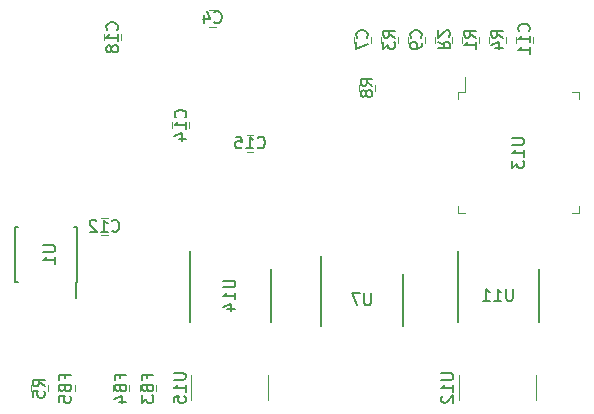
<source format=gbr>
G04 #@! TF.GenerationSoftware,KiCad,Pcbnew,(5.1.5)-3*
G04 #@! TF.CreationDate,2020-08-18T03:56:32-04:00*
G04 #@! TF.ProjectId,c64-cpm-smd,6336342d-6370-46d2-9d73-6d642e6b6963,rev?*
G04 #@! TF.SameCoordinates,Original*
G04 #@! TF.FileFunction,Legend,Bot*
G04 #@! TF.FilePolarity,Positive*
%FSLAX46Y46*%
G04 Gerber Fmt 4.6, Leading zero omitted, Abs format (unit mm)*
G04 Created by KiCad (PCBNEW (5.1.5)-3) date 2020-08-18 03:56:32*
%MOMM*%
%LPD*%
G04 APERTURE LIST*
%ADD10C,0.120000*%
%ADD11C,0.150000*%
G04 APERTURE END LIST*
D10*
X148256248Y-106818500D02*
X148778752Y-106818500D01*
X148256248Y-105398500D02*
X148778752Y-105398500D01*
X160516500Y-108147752D02*
X160516500Y-107625248D01*
X161936500Y-108147752D02*
X161936500Y-107625248D01*
X165088500Y-107634248D02*
X165088500Y-108156752D01*
X166508500Y-107634248D02*
X166508500Y-108156752D01*
X174232500Y-108147752D02*
X174232500Y-107625248D01*
X175652500Y-108147752D02*
X175652500Y-107625248D01*
X139121248Y-124408000D02*
X139643752Y-124408000D01*
X139121248Y-122988000D02*
X139643752Y-122988000D01*
X145086000Y-114864248D02*
X145086000Y-115386752D01*
X146506000Y-114864248D02*
X146506000Y-115386752D01*
X151440248Y-116003000D02*
X151962752Y-116003000D01*
X151440248Y-117423000D02*
X151962752Y-117423000D01*
X140791000Y-107434748D02*
X140791000Y-107957252D01*
X139371000Y-107434748D02*
X139371000Y-107957252D01*
X143775500Y-137675252D02*
X143775500Y-137152748D01*
X142355500Y-137675252D02*
X142355500Y-137152748D01*
X140069500Y-137675252D02*
X140069500Y-137152748D01*
X141489500Y-137675252D02*
X141489500Y-137152748D01*
X135434000Y-137675252D02*
X135434000Y-137152748D01*
X136854000Y-137675252D02*
X136854000Y-137152748D01*
X171080500Y-107625248D02*
X171080500Y-108147752D01*
X169660500Y-107625248D02*
X169660500Y-108147752D01*
X168794500Y-108147752D02*
X168794500Y-107625248D01*
X167374500Y-108147752D02*
X167374500Y-107625248D01*
X162802500Y-107625248D02*
X162802500Y-108147752D01*
X164222500Y-107625248D02*
X164222500Y-108147752D01*
X171946500Y-108147752D02*
X171946500Y-107625248D01*
X173366500Y-108147752D02*
X173366500Y-107625248D01*
X133148000Y-137675252D02*
X133148000Y-137152748D01*
X134568000Y-137675252D02*
X134568000Y-137152748D01*
X162317500Y-112220752D02*
X162317500Y-111698248D01*
X160897500Y-112220752D02*
X160897500Y-111698248D01*
D11*
X136929500Y-128436000D02*
X136929500Y-129786000D01*
X131804500Y-128436000D02*
X131804500Y-123786000D01*
X137054500Y-128436000D02*
X137054500Y-123786000D01*
X131804500Y-128436000D02*
X132029500Y-128436000D01*
X131804500Y-123786000D02*
X132029500Y-123786000D01*
X137054500Y-123786000D02*
X136829500Y-123786000D01*
X137054500Y-128436000D02*
X136929500Y-128436000D01*
X164613000Y-127696000D02*
X164613000Y-132146000D01*
X157713000Y-126171000D02*
X157713000Y-132146000D01*
X176170000Y-127315000D02*
X176170000Y-131765000D01*
X169270000Y-125790000D02*
X169270000Y-131765000D01*
X146600500Y-125790000D02*
X146600500Y-131765000D01*
X153500500Y-127315000D02*
X153500500Y-131765000D01*
D10*
X179544500Y-122010000D02*
X179544500Y-122585000D01*
X179544500Y-122585000D02*
X178969500Y-122585000D01*
X179544500Y-112940000D02*
X179544500Y-112365000D01*
X179544500Y-112365000D02*
X178969500Y-112365000D01*
X169324500Y-122010000D02*
X169324500Y-122585000D01*
X169324500Y-122585000D02*
X169899500Y-122585000D01*
X169324500Y-112940000D02*
X169324500Y-112365000D01*
X169324500Y-112365000D02*
X169899500Y-112365000D01*
X169899500Y-112365000D02*
X169899500Y-111075000D01*
X169386500Y-138400500D02*
X169386500Y-136300500D01*
X175926500Y-138400500D02*
X175926500Y-136300500D01*
X153257000Y-138400500D02*
X153257000Y-136300500D01*
X146717000Y-138400500D02*
X146717000Y-136300500D01*
D11*
X148684166Y-106402142D02*
X148731785Y-106449761D01*
X148874642Y-106497380D01*
X148969880Y-106497380D01*
X149112738Y-106449761D01*
X149207976Y-106354523D01*
X149255595Y-106259285D01*
X149303214Y-106068809D01*
X149303214Y-105925952D01*
X149255595Y-105735476D01*
X149207976Y-105640238D01*
X149112738Y-105545000D01*
X148969880Y-105497380D01*
X148874642Y-105497380D01*
X148731785Y-105545000D01*
X148684166Y-105592619D01*
X147827023Y-105830714D02*
X147827023Y-106497380D01*
X148065119Y-105449761D02*
X148303214Y-106164047D01*
X147684166Y-106164047D01*
X161583642Y-107719833D02*
X161631261Y-107672214D01*
X161678880Y-107529357D01*
X161678880Y-107434119D01*
X161631261Y-107291261D01*
X161536023Y-107196023D01*
X161440785Y-107148404D01*
X161250309Y-107100785D01*
X161107452Y-107100785D01*
X160916976Y-107148404D01*
X160821738Y-107196023D01*
X160726500Y-107291261D01*
X160678880Y-107434119D01*
X160678880Y-107529357D01*
X160726500Y-107672214D01*
X160774119Y-107719833D01*
X160678880Y-108053166D02*
X160678880Y-108719833D01*
X161678880Y-108291261D01*
X166155642Y-107728833D02*
X166203261Y-107681214D01*
X166250880Y-107538357D01*
X166250880Y-107443119D01*
X166203261Y-107300261D01*
X166108023Y-107205023D01*
X166012785Y-107157404D01*
X165822309Y-107109785D01*
X165679452Y-107109785D01*
X165488976Y-107157404D01*
X165393738Y-107205023D01*
X165298500Y-107300261D01*
X165250880Y-107443119D01*
X165250880Y-107538357D01*
X165298500Y-107681214D01*
X165346119Y-107728833D01*
X166250880Y-108205023D02*
X166250880Y-108395500D01*
X166203261Y-108490738D01*
X166155642Y-108538357D01*
X166012785Y-108633595D01*
X165822309Y-108681214D01*
X165441357Y-108681214D01*
X165346119Y-108633595D01*
X165298500Y-108585976D01*
X165250880Y-108490738D01*
X165250880Y-108300261D01*
X165298500Y-108205023D01*
X165346119Y-108157404D01*
X165441357Y-108109785D01*
X165679452Y-108109785D01*
X165774690Y-108157404D01*
X165822309Y-108205023D01*
X165869928Y-108300261D01*
X165869928Y-108490738D01*
X165822309Y-108585976D01*
X165774690Y-108633595D01*
X165679452Y-108681214D01*
X175299642Y-107180142D02*
X175347261Y-107132523D01*
X175394880Y-106989666D01*
X175394880Y-106894428D01*
X175347261Y-106751571D01*
X175252023Y-106656333D01*
X175156785Y-106608714D01*
X174966309Y-106561095D01*
X174823452Y-106561095D01*
X174632976Y-106608714D01*
X174537738Y-106656333D01*
X174442500Y-106751571D01*
X174394880Y-106894428D01*
X174394880Y-106989666D01*
X174442500Y-107132523D01*
X174490119Y-107180142D01*
X175394880Y-108132523D02*
X175394880Y-107561095D01*
X175394880Y-107846809D02*
X174394880Y-107846809D01*
X174537738Y-107751571D01*
X174632976Y-107656333D01*
X174680595Y-107561095D01*
X175394880Y-109084904D02*
X175394880Y-108513476D01*
X175394880Y-108799190D02*
X174394880Y-108799190D01*
X174537738Y-108703952D01*
X174632976Y-108608714D01*
X174680595Y-108513476D01*
X140025357Y-124055142D02*
X140072976Y-124102761D01*
X140215833Y-124150380D01*
X140311071Y-124150380D01*
X140453928Y-124102761D01*
X140549166Y-124007523D01*
X140596785Y-123912285D01*
X140644404Y-123721809D01*
X140644404Y-123578952D01*
X140596785Y-123388476D01*
X140549166Y-123293238D01*
X140453928Y-123198000D01*
X140311071Y-123150380D01*
X140215833Y-123150380D01*
X140072976Y-123198000D01*
X140025357Y-123245619D01*
X139072976Y-124150380D02*
X139644404Y-124150380D01*
X139358690Y-124150380D02*
X139358690Y-123150380D01*
X139453928Y-123293238D01*
X139549166Y-123388476D01*
X139644404Y-123436095D01*
X138692023Y-123245619D02*
X138644404Y-123198000D01*
X138549166Y-123150380D01*
X138311071Y-123150380D01*
X138215833Y-123198000D01*
X138168214Y-123245619D01*
X138120595Y-123340857D01*
X138120595Y-123436095D01*
X138168214Y-123578952D01*
X138739642Y-124150380D01*
X138120595Y-124150380D01*
X146216642Y-114482642D02*
X146264261Y-114435023D01*
X146311880Y-114292166D01*
X146311880Y-114196928D01*
X146264261Y-114054071D01*
X146169023Y-113958833D01*
X146073785Y-113911214D01*
X145883309Y-113863595D01*
X145740452Y-113863595D01*
X145549976Y-113911214D01*
X145454738Y-113958833D01*
X145359500Y-114054071D01*
X145311880Y-114196928D01*
X145311880Y-114292166D01*
X145359500Y-114435023D01*
X145407119Y-114482642D01*
X146311880Y-115435023D02*
X146311880Y-114863595D01*
X146311880Y-115149309D02*
X145311880Y-115149309D01*
X145454738Y-115054071D01*
X145549976Y-114958833D01*
X145597595Y-114863595D01*
X145645214Y-116292166D02*
X146311880Y-116292166D01*
X145264261Y-116054071D02*
X145978547Y-115815976D01*
X145978547Y-116435023D01*
X152344357Y-117006642D02*
X152391976Y-117054261D01*
X152534833Y-117101880D01*
X152630071Y-117101880D01*
X152772928Y-117054261D01*
X152868166Y-116959023D01*
X152915785Y-116863785D01*
X152963404Y-116673309D01*
X152963404Y-116530452D01*
X152915785Y-116339976D01*
X152868166Y-116244738D01*
X152772928Y-116149500D01*
X152630071Y-116101880D01*
X152534833Y-116101880D01*
X152391976Y-116149500D01*
X152344357Y-116197119D01*
X151391976Y-117101880D02*
X151963404Y-117101880D01*
X151677690Y-117101880D02*
X151677690Y-116101880D01*
X151772928Y-116244738D01*
X151868166Y-116339976D01*
X151963404Y-116387595D01*
X150487214Y-116101880D02*
X150963404Y-116101880D01*
X151011023Y-116578071D01*
X150963404Y-116530452D01*
X150868166Y-116482833D01*
X150630071Y-116482833D01*
X150534833Y-116530452D01*
X150487214Y-116578071D01*
X150439595Y-116673309D01*
X150439595Y-116911404D01*
X150487214Y-117006642D01*
X150534833Y-117054261D01*
X150630071Y-117101880D01*
X150868166Y-117101880D01*
X150963404Y-117054261D01*
X151011023Y-117006642D01*
X140438142Y-107053142D02*
X140485761Y-107005523D01*
X140533380Y-106862666D01*
X140533380Y-106767428D01*
X140485761Y-106624571D01*
X140390523Y-106529333D01*
X140295285Y-106481714D01*
X140104809Y-106434095D01*
X139961952Y-106434095D01*
X139771476Y-106481714D01*
X139676238Y-106529333D01*
X139581000Y-106624571D01*
X139533380Y-106767428D01*
X139533380Y-106862666D01*
X139581000Y-107005523D01*
X139628619Y-107053142D01*
X140533380Y-108005523D02*
X140533380Y-107434095D01*
X140533380Y-107719809D02*
X139533380Y-107719809D01*
X139676238Y-107624571D01*
X139771476Y-107529333D01*
X139819095Y-107434095D01*
X139961952Y-108576952D02*
X139914333Y-108481714D01*
X139866714Y-108434095D01*
X139771476Y-108386476D01*
X139723857Y-108386476D01*
X139628619Y-108434095D01*
X139581000Y-108481714D01*
X139533380Y-108576952D01*
X139533380Y-108767428D01*
X139581000Y-108862666D01*
X139628619Y-108910285D01*
X139723857Y-108957904D01*
X139771476Y-108957904D01*
X139866714Y-108910285D01*
X139914333Y-108862666D01*
X139961952Y-108767428D01*
X139961952Y-108576952D01*
X140009571Y-108481714D01*
X140057190Y-108434095D01*
X140152428Y-108386476D01*
X140342904Y-108386476D01*
X140438142Y-108434095D01*
X140485761Y-108481714D01*
X140533380Y-108576952D01*
X140533380Y-108767428D01*
X140485761Y-108862666D01*
X140438142Y-108910285D01*
X140342904Y-108957904D01*
X140152428Y-108957904D01*
X140057190Y-108910285D01*
X140009571Y-108862666D01*
X139961952Y-108767428D01*
X142994071Y-136580666D02*
X142994071Y-136247333D01*
X143517880Y-136247333D02*
X142517880Y-136247333D01*
X142517880Y-136723523D01*
X142994071Y-137437809D02*
X143041690Y-137580666D01*
X143089309Y-137628285D01*
X143184547Y-137675904D01*
X143327404Y-137675904D01*
X143422642Y-137628285D01*
X143470261Y-137580666D01*
X143517880Y-137485428D01*
X143517880Y-137104476D01*
X142517880Y-137104476D01*
X142517880Y-137437809D01*
X142565500Y-137533047D01*
X142613119Y-137580666D01*
X142708357Y-137628285D01*
X142803595Y-137628285D01*
X142898833Y-137580666D01*
X142946452Y-137533047D01*
X142994071Y-137437809D01*
X142994071Y-137104476D01*
X142517880Y-138009238D02*
X142517880Y-138628285D01*
X142898833Y-138294952D01*
X142898833Y-138437809D01*
X142946452Y-138533047D01*
X142994071Y-138580666D01*
X143089309Y-138628285D01*
X143327404Y-138628285D01*
X143422642Y-138580666D01*
X143470261Y-138533047D01*
X143517880Y-138437809D01*
X143517880Y-138152095D01*
X143470261Y-138056857D01*
X143422642Y-138009238D01*
X140708071Y-136580666D02*
X140708071Y-136247333D01*
X141231880Y-136247333D02*
X140231880Y-136247333D01*
X140231880Y-136723523D01*
X140708071Y-137437809D02*
X140755690Y-137580666D01*
X140803309Y-137628285D01*
X140898547Y-137675904D01*
X141041404Y-137675904D01*
X141136642Y-137628285D01*
X141184261Y-137580666D01*
X141231880Y-137485428D01*
X141231880Y-137104476D01*
X140231880Y-137104476D01*
X140231880Y-137437809D01*
X140279500Y-137533047D01*
X140327119Y-137580666D01*
X140422357Y-137628285D01*
X140517595Y-137628285D01*
X140612833Y-137580666D01*
X140660452Y-137533047D01*
X140708071Y-137437809D01*
X140708071Y-137104476D01*
X140565214Y-138533047D02*
X141231880Y-138533047D01*
X140184261Y-138294952D02*
X140898547Y-138056857D01*
X140898547Y-138675904D01*
X136009071Y-136580666D02*
X136009071Y-136247333D01*
X136532880Y-136247333D02*
X135532880Y-136247333D01*
X135532880Y-136723523D01*
X136009071Y-137437809D02*
X136056690Y-137580666D01*
X136104309Y-137628285D01*
X136199547Y-137675904D01*
X136342404Y-137675904D01*
X136437642Y-137628285D01*
X136485261Y-137580666D01*
X136532880Y-137485428D01*
X136532880Y-137104476D01*
X135532880Y-137104476D01*
X135532880Y-137437809D01*
X135580500Y-137533047D01*
X135628119Y-137580666D01*
X135723357Y-137628285D01*
X135818595Y-137628285D01*
X135913833Y-137580666D01*
X135961452Y-137533047D01*
X136009071Y-137437809D01*
X136009071Y-137104476D01*
X135532880Y-138580666D02*
X135532880Y-138104476D01*
X136009071Y-138056857D01*
X135961452Y-138104476D01*
X135913833Y-138199714D01*
X135913833Y-138437809D01*
X135961452Y-138533047D01*
X136009071Y-138580666D01*
X136104309Y-138628285D01*
X136342404Y-138628285D01*
X136437642Y-138580666D01*
X136485261Y-138533047D01*
X136532880Y-138437809D01*
X136532880Y-138199714D01*
X136485261Y-138104476D01*
X136437642Y-138056857D01*
X170822880Y-107719833D02*
X170346690Y-107386500D01*
X170822880Y-107148404D02*
X169822880Y-107148404D01*
X169822880Y-107529357D01*
X169870500Y-107624595D01*
X169918119Y-107672214D01*
X170013357Y-107719833D01*
X170156214Y-107719833D01*
X170251452Y-107672214D01*
X170299071Y-107624595D01*
X170346690Y-107529357D01*
X170346690Y-107148404D01*
X170822880Y-108672214D02*
X170822880Y-108100785D01*
X170822880Y-108386500D02*
X169822880Y-108386500D01*
X169965738Y-108291261D01*
X170060976Y-108196023D01*
X170108595Y-108100785D01*
X167632119Y-108053166D02*
X168108309Y-108386500D01*
X167632119Y-108624595D02*
X168632119Y-108624595D01*
X168632119Y-108243642D01*
X168584500Y-108148404D01*
X168536880Y-108100785D01*
X168441642Y-108053166D01*
X168298785Y-108053166D01*
X168203547Y-108100785D01*
X168155928Y-108148404D01*
X168108309Y-108243642D01*
X168108309Y-108624595D01*
X168536880Y-107672214D02*
X168584500Y-107624595D01*
X168632119Y-107529357D01*
X168632119Y-107291261D01*
X168584500Y-107196023D01*
X168536880Y-107148404D01*
X168441642Y-107100785D01*
X168346404Y-107100785D01*
X168203547Y-107148404D01*
X167632119Y-107719833D01*
X167632119Y-107100785D01*
X163964880Y-107719833D02*
X163488690Y-107386500D01*
X163964880Y-107148404D02*
X162964880Y-107148404D01*
X162964880Y-107529357D01*
X163012500Y-107624595D01*
X163060119Y-107672214D01*
X163155357Y-107719833D01*
X163298214Y-107719833D01*
X163393452Y-107672214D01*
X163441071Y-107624595D01*
X163488690Y-107529357D01*
X163488690Y-107148404D01*
X162964880Y-108053166D02*
X162964880Y-108672214D01*
X163345833Y-108338880D01*
X163345833Y-108481738D01*
X163393452Y-108576976D01*
X163441071Y-108624595D01*
X163536309Y-108672214D01*
X163774404Y-108672214D01*
X163869642Y-108624595D01*
X163917261Y-108576976D01*
X163964880Y-108481738D01*
X163964880Y-108196023D01*
X163917261Y-108100785D01*
X163869642Y-108053166D01*
X173108880Y-107719833D02*
X172632690Y-107386500D01*
X173108880Y-107148404D02*
X172108880Y-107148404D01*
X172108880Y-107529357D01*
X172156500Y-107624595D01*
X172204119Y-107672214D01*
X172299357Y-107719833D01*
X172442214Y-107719833D01*
X172537452Y-107672214D01*
X172585071Y-107624595D01*
X172632690Y-107529357D01*
X172632690Y-107148404D01*
X172442214Y-108576976D02*
X173108880Y-108576976D01*
X172061261Y-108338880D02*
X172775547Y-108100785D01*
X172775547Y-108719833D01*
X134310380Y-137247333D02*
X133834190Y-136914000D01*
X134310380Y-136675904D02*
X133310380Y-136675904D01*
X133310380Y-137056857D01*
X133358000Y-137152095D01*
X133405619Y-137199714D01*
X133500857Y-137247333D01*
X133643714Y-137247333D01*
X133738952Y-137199714D01*
X133786571Y-137152095D01*
X133834190Y-137056857D01*
X133834190Y-136675904D01*
X133310380Y-138152095D02*
X133310380Y-137675904D01*
X133786571Y-137628285D01*
X133738952Y-137675904D01*
X133691333Y-137771142D01*
X133691333Y-138009238D01*
X133738952Y-138104476D01*
X133786571Y-138152095D01*
X133881809Y-138199714D01*
X134119904Y-138199714D01*
X134215142Y-138152095D01*
X134262761Y-138104476D01*
X134310380Y-138009238D01*
X134310380Y-137771142D01*
X134262761Y-137675904D01*
X134215142Y-137628285D01*
X162059880Y-111792833D02*
X161583690Y-111459500D01*
X162059880Y-111221404D02*
X161059880Y-111221404D01*
X161059880Y-111602357D01*
X161107500Y-111697595D01*
X161155119Y-111745214D01*
X161250357Y-111792833D01*
X161393214Y-111792833D01*
X161488452Y-111745214D01*
X161536071Y-111697595D01*
X161583690Y-111602357D01*
X161583690Y-111221404D01*
X161488452Y-112364261D02*
X161440833Y-112269023D01*
X161393214Y-112221404D01*
X161297976Y-112173785D01*
X161250357Y-112173785D01*
X161155119Y-112221404D01*
X161107500Y-112269023D01*
X161059880Y-112364261D01*
X161059880Y-112554738D01*
X161107500Y-112649976D01*
X161155119Y-112697595D01*
X161250357Y-112745214D01*
X161297976Y-112745214D01*
X161393214Y-112697595D01*
X161440833Y-112649976D01*
X161488452Y-112554738D01*
X161488452Y-112364261D01*
X161536071Y-112269023D01*
X161583690Y-112221404D01*
X161678928Y-112173785D01*
X161869404Y-112173785D01*
X161964642Y-112221404D01*
X162012261Y-112269023D01*
X162059880Y-112364261D01*
X162059880Y-112554738D01*
X162012261Y-112649976D01*
X161964642Y-112697595D01*
X161869404Y-112745214D01*
X161678928Y-112745214D01*
X161583690Y-112697595D01*
X161536071Y-112649976D01*
X161488452Y-112554738D01*
X134199380Y-125285595D02*
X135008904Y-125285595D01*
X135104142Y-125333214D01*
X135151761Y-125380833D01*
X135199380Y-125476071D01*
X135199380Y-125666547D01*
X135151761Y-125761785D01*
X135104142Y-125809404D01*
X135008904Y-125857023D01*
X134199380Y-125857023D01*
X135199380Y-126857023D02*
X135199380Y-126285595D01*
X135199380Y-126571309D02*
X134199380Y-126571309D01*
X134342238Y-126476071D01*
X134437476Y-126380833D01*
X134485095Y-126285595D01*
X161924904Y-129373380D02*
X161924904Y-130182904D01*
X161877285Y-130278142D01*
X161829666Y-130325761D01*
X161734428Y-130373380D01*
X161543952Y-130373380D01*
X161448714Y-130325761D01*
X161401095Y-130278142D01*
X161353476Y-130182904D01*
X161353476Y-129373380D01*
X160972523Y-129373380D02*
X160305857Y-129373380D01*
X160734428Y-130373380D01*
X173958095Y-128992380D02*
X173958095Y-129801904D01*
X173910476Y-129897142D01*
X173862857Y-129944761D01*
X173767619Y-129992380D01*
X173577142Y-129992380D01*
X173481904Y-129944761D01*
X173434285Y-129897142D01*
X173386666Y-129801904D01*
X173386666Y-128992380D01*
X172386666Y-129992380D02*
X172958095Y-129992380D01*
X172672380Y-129992380D02*
X172672380Y-128992380D01*
X172767619Y-129135238D01*
X172862857Y-129230476D01*
X172958095Y-129278095D01*
X171434285Y-129992380D02*
X172005714Y-129992380D01*
X171720000Y-129992380D02*
X171720000Y-128992380D01*
X171815238Y-129135238D01*
X171910476Y-129230476D01*
X172005714Y-129278095D01*
X149439380Y-128301904D02*
X150248904Y-128301904D01*
X150344142Y-128349523D01*
X150391761Y-128397142D01*
X150439380Y-128492380D01*
X150439380Y-128682857D01*
X150391761Y-128778095D01*
X150344142Y-128825714D01*
X150248904Y-128873333D01*
X149439380Y-128873333D01*
X150439380Y-129873333D02*
X150439380Y-129301904D01*
X150439380Y-129587619D02*
X149439380Y-129587619D01*
X149582238Y-129492380D01*
X149677476Y-129397142D01*
X149725095Y-129301904D01*
X149772714Y-130730476D02*
X150439380Y-130730476D01*
X149391761Y-130492380D02*
X150106047Y-130254285D01*
X150106047Y-130873333D01*
X173886880Y-116236904D02*
X174696404Y-116236904D01*
X174791642Y-116284523D01*
X174839261Y-116332142D01*
X174886880Y-116427380D01*
X174886880Y-116617857D01*
X174839261Y-116713095D01*
X174791642Y-116760714D01*
X174696404Y-116808333D01*
X173886880Y-116808333D01*
X174886880Y-117808333D02*
X174886880Y-117236904D01*
X174886880Y-117522619D02*
X173886880Y-117522619D01*
X174029738Y-117427380D01*
X174124976Y-117332142D01*
X174172595Y-117236904D01*
X173886880Y-118141666D02*
X173886880Y-118760714D01*
X174267833Y-118427380D01*
X174267833Y-118570238D01*
X174315452Y-118665476D01*
X174363071Y-118713095D01*
X174458309Y-118760714D01*
X174696404Y-118760714D01*
X174791642Y-118713095D01*
X174839261Y-118665476D01*
X174886880Y-118570238D01*
X174886880Y-118284523D01*
X174839261Y-118189285D01*
X174791642Y-118141666D01*
X167908880Y-136112404D02*
X168718404Y-136112404D01*
X168813642Y-136160023D01*
X168861261Y-136207642D01*
X168908880Y-136302880D01*
X168908880Y-136493357D01*
X168861261Y-136588595D01*
X168813642Y-136636214D01*
X168718404Y-136683833D01*
X167908880Y-136683833D01*
X168908880Y-137683833D02*
X168908880Y-137112404D01*
X168908880Y-137398119D02*
X167908880Y-137398119D01*
X168051738Y-137302880D01*
X168146976Y-137207642D01*
X168194595Y-137112404D01*
X168004119Y-138064785D02*
X167956500Y-138112404D01*
X167908880Y-138207642D01*
X167908880Y-138445738D01*
X167956500Y-138540976D01*
X168004119Y-138588595D01*
X168099357Y-138636214D01*
X168194595Y-138636214D01*
X168337452Y-138588595D01*
X168908880Y-138017166D01*
X168908880Y-138636214D01*
X145239380Y-136112404D02*
X146048904Y-136112404D01*
X146144142Y-136160023D01*
X146191761Y-136207642D01*
X146239380Y-136302880D01*
X146239380Y-136493357D01*
X146191761Y-136588595D01*
X146144142Y-136636214D01*
X146048904Y-136683833D01*
X145239380Y-136683833D01*
X146239380Y-137683833D02*
X146239380Y-137112404D01*
X146239380Y-137398119D02*
X145239380Y-137398119D01*
X145382238Y-137302880D01*
X145477476Y-137207642D01*
X145525095Y-137112404D01*
X145239380Y-138588595D02*
X145239380Y-138112404D01*
X145715571Y-138064785D01*
X145667952Y-138112404D01*
X145620333Y-138207642D01*
X145620333Y-138445738D01*
X145667952Y-138540976D01*
X145715571Y-138588595D01*
X145810809Y-138636214D01*
X146048904Y-138636214D01*
X146144142Y-138588595D01*
X146191761Y-138540976D01*
X146239380Y-138445738D01*
X146239380Y-138207642D01*
X146191761Y-138112404D01*
X146144142Y-138064785D01*
M02*

</source>
